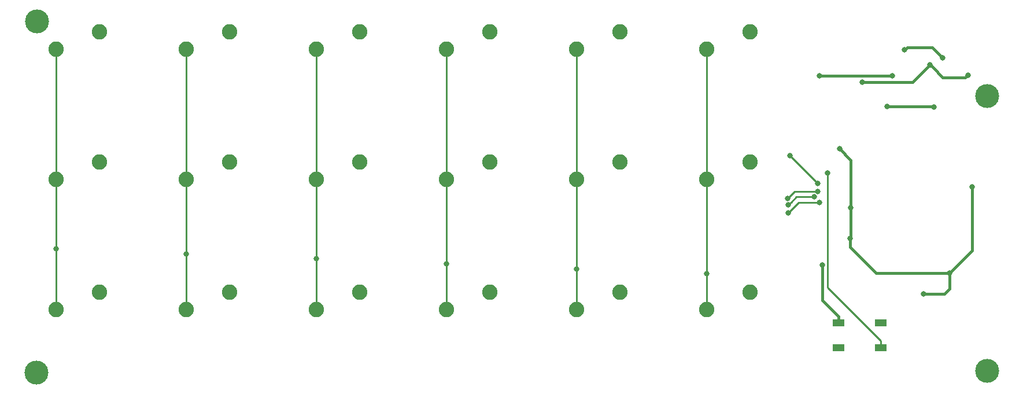
<source format=gtl>
G04 #@! TF.GenerationSoftware,KiCad,Pcbnew,(5.1.2)-2*
G04 #@! TF.CreationDate,2020-07-12T21:55:24+03:00*
G04 #@! TF.ProjectId,KB-Prototype,4b422d50-726f-4746-9f74-7970652e6b69,rev?*
G04 #@! TF.SameCoordinates,Original*
G04 #@! TF.FileFunction,Copper,L1,Top*
G04 #@! TF.FilePolarity,Positive*
%FSLAX46Y46*%
G04 Gerber Fmt 4.6, Leading zero omitted, Abs format (unit mm)*
G04 Created by KiCad (PCBNEW (5.1.2)-2) date 2020-07-12 21:55:24*
%MOMM*%
%LPD*%
G04 APERTURE LIST*
%ADD10C,3.500000*%
%ADD11R,1.800000X1.100000*%
%ADD12C,2.250000*%
%ADD13C,0.800000*%
%ADD14C,0.381000*%
%ADD15C,0.250000*%
G04 APERTURE END LIST*
D10*
X165862000Y-77851000D03*
X165862000Y-37592000D03*
X26670000Y-78105000D03*
X26797000Y-26670000D03*
D11*
X150293000Y-70794000D03*
X144093000Y-74494000D03*
X150293000Y-74494000D03*
X144093000Y-70794000D03*
D12*
X131127500Y-66357500D03*
X124777500Y-68897500D03*
X112077500Y-66357500D03*
X105727500Y-68897500D03*
X93027500Y-66357500D03*
X86677500Y-68897500D03*
X73977500Y-66357500D03*
X67627500Y-68897500D03*
X54927500Y-66357500D03*
X48577500Y-68897500D03*
X35877500Y-66357500D03*
X29527500Y-68897500D03*
X131127500Y-47307500D03*
X124777500Y-49847500D03*
X112077500Y-47307500D03*
X105727500Y-49847500D03*
X93027500Y-47307500D03*
X86677500Y-49847500D03*
X73977500Y-47307500D03*
X67627500Y-49847500D03*
X54927500Y-47307500D03*
X48577500Y-49847500D03*
X35877500Y-47307500D03*
X29527500Y-49847500D03*
X131127500Y-28257500D03*
X124777500Y-30797500D03*
X112077500Y-28257500D03*
X105727500Y-30797500D03*
X93027500Y-28257500D03*
X86677500Y-30797500D03*
X73977500Y-28257500D03*
X67627500Y-30797500D03*
X54927500Y-28257500D03*
X48577500Y-30797500D03*
X35877500Y-28257500D03*
X29527500Y-30797500D03*
D13*
X157480000Y-33020000D03*
X163068000Y-34544000D03*
X141732000Y-62357000D03*
X147574000Y-35560000D03*
X163703000Y-50927000D03*
X160401000Y-63500000D03*
X145796000Y-58420000D03*
X145923000Y-53975000D03*
X144272000Y-45339000D03*
X159385000Y-32004000D03*
X153797000Y-30861000D03*
X141351000Y-34671000D03*
X152019000Y-34671000D03*
X151257000Y-39116000D03*
X158115000Y-39243000D03*
X156591000Y-66548000D03*
X141097000Y-50419000D03*
X137033000Y-46355000D03*
X136652000Y-52578000D03*
X141097000Y-51562000D03*
X29527500Y-60007500D03*
X136793421Y-53567952D03*
X140542299Y-52394051D03*
X48577500Y-60732500D03*
X136779000Y-54737000D03*
X141351000Y-53213000D03*
X67627500Y-61457500D03*
X86677500Y-62182500D03*
X105727500Y-62907500D03*
X124777500Y-63632500D03*
X142494000Y-48895000D03*
D14*
X157480000Y-33020000D02*
X157879999Y-33419999D01*
X157879999Y-33419999D02*
X159385000Y-34925000D01*
X159385000Y-34925000D02*
X162687000Y-34925000D01*
X162687000Y-34925000D02*
X163068000Y-34544000D01*
X141732000Y-67502000D02*
X141732000Y-62357000D01*
X144093000Y-70794000D02*
X144093000Y-69863000D01*
X144093000Y-69863000D02*
X141732000Y-67502000D01*
X157480000Y-33020000D02*
X156210000Y-34290000D01*
X156210000Y-34290000D02*
X155702000Y-34798000D01*
X155702000Y-34798000D02*
X154940000Y-35560000D01*
X154940000Y-35560000D02*
X147574000Y-35560000D01*
X145923000Y-46990000D02*
X145923000Y-53975000D01*
X144272000Y-45339000D02*
X145923000Y-46990000D01*
X145923000Y-58293000D02*
X145796000Y-58420000D01*
X145923000Y-53975000D02*
X145923000Y-58293000D01*
X145796000Y-58420000D02*
X145796000Y-59690000D01*
X149606000Y-63500000D02*
X160401000Y-63500000D01*
X145796000Y-59690000D02*
X149606000Y-63500000D01*
X163703000Y-60198000D02*
X163703000Y-50927000D01*
X160401000Y-63500000D02*
X163703000Y-60198000D01*
X159385000Y-32004000D02*
X157861000Y-30480000D01*
X157861000Y-30480000D02*
X154178000Y-30480000D01*
X154178000Y-30480000D02*
X153797000Y-30861000D01*
X141351000Y-34671000D02*
X152019000Y-34671000D01*
X151257000Y-39116000D02*
X157988000Y-39116000D01*
X157988000Y-39116000D02*
X158115000Y-39243000D01*
X160401000Y-65786000D02*
X160401000Y-63500000D01*
X159639000Y-66548000D02*
X160401000Y-65786000D01*
X156591000Y-66548000D02*
X159639000Y-66548000D01*
D15*
X141097000Y-50419000D02*
X137033000Y-46355000D01*
X136652000Y-52578000D02*
X137668000Y-51562000D01*
X137668000Y-51562000D02*
X141097000Y-51562000D01*
X29527500Y-30797500D02*
X29527500Y-49847500D01*
X29527500Y-59753500D02*
X29527500Y-60007500D01*
X29527500Y-59753500D02*
X29527500Y-68897500D01*
X29527500Y-49847500D02*
X29527500Y-59753500D01*
X137193420Y-53167953D02*
X137205047Y-53167953D01*
X136793421Y-53567952D02*
X137193420Y-53167953D01*
X137205047Y-53167953D02*
X137978949Y-52394051D01*
X137978949Y-52394051D02*
X140542299Y-52394051D01*
X48577500Y-32388490D02*
X48577500Y-49847500D01*
X48577500Y-30797500D02*
X48577500Y-32388490D01*
X48577500Y-49847500D02*
X48577500Y-51438490D01*
X48577500Y-60515500D02*
X48577500Y-60732500D01*
X48577500Y-60515500D02*
X48577500Y-68897500D01*
X48577500Y-51438490D02*
X48577500Y-60515500D01*
X136779000Y-54737000D02*
X137178999Y-54337001D01*
X137178999Y-54337001D02*
X137795000Y-53721000D01*
X137795000Y-53721000D02*
X138303000Y-53213000D01*
X138303000Y-53213000D02*
X141351000Y-53213000D01*
X67627500Y-32388490D02*
X67627500Y-49847500D01*
X67627500Y-30797500D02*
X67627500Y-32388490D01*
X67627500Y-61404500D02*
X67627500Y-61457500D01*
X67627500Y-61404500D02*
X67627500Y-68897500D01*
X67627500Y-49847500D02*
X67627500Y-61404500D01*
X86677500Y-30797500D02*
X86677500Y-49847500D01*
X86677500Y-62293500D02*
X86677500Y-62182500D01*
X86677500Y-62293500D02*
X86677500Y-68897500D01*
X86677500Y-49847500D02*
X86677500Y-62293500D01*
X105727500Y-33843502D02*
X105727500Y-49847500D01*
X105727500Y-30797500D02*
X105727500Y-33843502D01*
X105727500Y-62801500D02*
X105727500Y-62907500D01*
X105727500Y-62801500D02*
X105727500Y-68897500D01*
X105727500Y-49847500D02*
X105727500Y-62801500D01*
X124777500Y-32388490D02*
X124777500Y-49847500D01*
X124777500Y-30797500D02*
X124777500Y-32388490D01*
X124777500Y-63182500D02*
X124777500Y-63632500D01*
X124777500Y-63182500D02*
X124777500Y-68897500D01*
X124777500Y-49847500D02*
X124777500Y-63182500D01*
X142494000Y-65659000D02*
X142494000Y-48895000D01*
X150293000Y-74494000D02*
X150293000Y-73458000D01*
X150293000Y-73458000D02*
X142494000Y-65659000D01*
M02*

</source>
